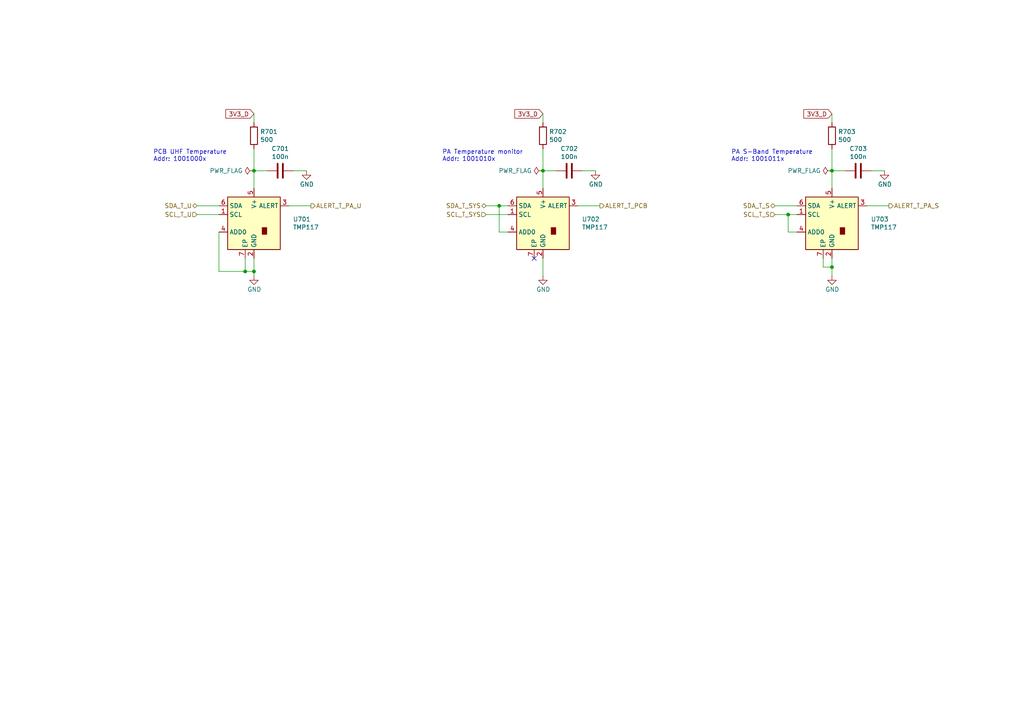
<source format=kicad_sch>
(kicad_sch (version 20230121) (generator eeschema)
  (paper "A4")
  (title_block (title "SatNOGS COMMS") (date "2020-02-20") (comment 1 "CERN OHL version 1.2"))
  (lib_symbols
    (symbol "Device:C" (pin_numbers hide) (pin_names (offset 0.254))
      (property "Reference" "C" (at 0.635 2.54 0))
      (property "Value" "C" (at 0.635 -2.54 0))
      (symbol "C_0_1"
        (polyline (pts (xy -2.032 -0.762) (xy 2.032 -0.762)) (stroke (width 0.508)))
        (polyline (pts (xy -2.032 0.762) (xy 2.032 0.762)) (stroke (width 0.508)))
      )
      (symbol "C_1_1"
        (pin passive line (at 0 3.81 270) (length 2.794) (name "~") (number "1"))
        (pin passive line (at 0 -3.81 90) (length 2.794) (name "~") (number "2"))
      )
    )
    (symbol "Device:R" (pin_numbers hide) (pin_names (offset 0))
      (property "Reference" "R" (at 2.032 0 90))
      (property "Value" "R" (at 0 0 90))
      (symbol "R_0_1"
        (rectangle (start -1.016 -2.54) (end 1.016 2.54) (stroke (width 0.254)))
      )
      (symbol "R_1_1"
        (pin passive line (at 0 3.81 270) (length 1.27) (name "~") (number "1"))
        (pin passive line (at 0 -3.81 90) (length 1.27) (name "~") (number "2"))
      )
    )
    (symbol "lsf-kicad:TMP117"
      (property "Reference" "U" (at 10.16 -2.54 0))
      (property "Value" "TMP117" (at 12.7 -5.08 0))
      (symbol "TMP117_0_1"
        (rectangle (start -7.62 7.62) (end 7.62 -7.62) (stroke (width 0.254)) (fill (type background)))
      )
      (symbol "TMP117_1_1"
        (rectangle (start 3.683 -3.175) (end 2.413 -1.27) (stroke (width 0.254)) (fill (type outline)))
        (pin input line (at -10.16 2.54 0) (length 2.54) (name "SCL") (number "1"))
        (pin power_in line (at 0 -10.16 90) (length 2.54) (name "GND") (number "2"))
        (pin open_collector line (at 10.16 5.08 180) (length 2.54) (name "ALERT") (number "3"))
        (pin input line (at -10.16 -2.54 0) (length 2.54) (name "ADD0") (number "4"))
        (pin power_in line (at 0 10.16 270) (length 2.54) (name "V+") (number "5"))
        (pin bidirectional line (at -10.16 5.08 0) (length 2.54) (name "SDA") (number "6"))
        (pin passive line (at -2.54 -10.16 90) (length 2.54) (name "EP") (number "7"))
      )
    )
    (symbol "power:GND" (power) (pin_names (offset 0))
      (property "Value" "GND" (at 0 -3.81 0))
      (symbol "GND_0_1"
        (polyline (pts (xy 0 0) (xy 0 -1.27) (xy 1.27 -1.27) (xy 0 -2.54) (xy -1.27 -1.27) (xy 0 -1.27)))
      )
      (symbol "GND_1_1"
        (pin power_in line (at 0 0 270) (length 0) hide (name "GND") (number "1"))
      )
    )
    (symbol "power:PWR_FLAG" (power) (pin_numbers hide) (pin_names (offset 0) hide)
      (property "Value" "PWR_FLAG" (at 0 3.81 0))
      (symbol "PWR_FLAG_0_0"
        (pin power_out line (at 0 0 90) (length 0) (name "pwr") (number "1"))
      )
      (symbol "PWR_FLAG_0_1"
        (polyline (pts (xy 0 0) (xy 0 1.27) (xy -1.016 1.905) (xy 0 2.54) (xy 1.016 1.905) (xy 0 1.27)))
      )
    )
  )
  (junction (at 241.3 49.53))
  (junction (at 73.66 49.53))
  (junction (at 228.6 62.23))
  (junction (at 241.3 77.47))
  (junction (at 157.48 49.53))
  (junction (at 73.66 78.74))
  (junction (at 144.78 59.69))
  (junction (at 71.12 78.74))
  (no_connect (at 154.94 74.93))
  (wire (pts (xy 157.48 54.61) (xy 157.48 49.53)))
  (wire (pts (xy 238.76 77.47) (xy 241.3 77.47)))
  (wire (pts (xy 73.66 49.53) (xy 73.66 43.18)))
  (wire (pts (xy 88.9 49.53) (xy 85.09 49.53)))
  (wire (pts (xy 157.48 33.02) (xy 157.48 35.56)))
  (wire (pts (xy 157.48 74.93) (xy 157.48 80.01)))
  (wire (pts (xy 73.66 33.02) (xy 73.66 35.56)))
  (wire (pts (xy 73.66 78.74) (xy 73.66 80.01)))
  (wire (pts (xy 77.47 49.53) (xy 73.66 49.53)))
  (wire (pts (xy 144.78 59.69) (xy 147.32 59.69)))
  (wire (pts (xy 241.3 74.93) (xy 241.3 77.47)))
  (wire (pts (xy 63.5 78.74) (xy 71.12 78.74)))
  (wire (pts (xy 63.5 62.23) (xy 57.15 62.23)))
  (wire (pts (xy 140.97 59.69) (xy 144.78 59.69)))
  (wire (pts (xy 172.72 49.53) (xy 168.91 49.53)))
  (wire (pts (xy 173.99 59.69) (xy 167.64 59.69)))
  (wire (pts (xy 238.76 74.93) (xy 238.76 77.47)))
  (wire (pts (xy 73.66 54.61) (xy 73.66 49.53)))
  (wire (pts (xy 241.3 33.02) (xy 241.3 35.56)))
  (wire (pts (xy 245.11 49.53) (xy 241.3 49.53)))
  (wire (pts (xy 90.17 59.69) (xy 83.82 59.69)))
  (wire (pts (xy 231.14 67.31) (xy 228.6 67.31)))
  (wire (pts (xy 147.32 62.23) (xy 140.97 62.23)))
  (wire (pts (xy 73.66 74.93) (xy 73.66 78.74)))
  (wire (pts (xy 144.78 67.31) (xy 144.78 59.69)))
  (wire (pts (xy 228.6 67.31) (xy 228.6 62.23)))
  (wire (pts (xy 161.29 49.53) (xy 157.48 49.53)))
  (wire (pts (xy 71.12 74.93) (xy 71.12 78.74)))
  (wire (pts (xy 231.14 62.23) (xy 228.6 62.23)))
  (wire (pts (xy 71.12 78.74) (xy 73.66 78.74)))
  (wire (pts (xy 157.48 49.53) (xy 157.48 43.18)))
  (wire (pts (xy 241.3 54.61) (xy 241.3 49.53)))
  (wire (pts (xy 147.32 67.31) (xy 144.78 67.31)))
  (wire (pts (xy 241.3 77.47) (xy 241.3 80.01)))
  (wire (pts (xy 241.3 49.53) (xy 241.3 43.18)))
  (wire (pts (xy 257.81 59.69) (xy 251.46 59.69)))
  (wire (pts (xy 63.5 67.31) (xy 63.5 78.74)))
  (wire (pts (xy 256.54 49.53) (xy 252.73 49.53)))
  (wire (pts (xy 228.6 62.23) (xy 224.79 62.23)))
  (wire (pts (xy 57.15 59.69) (xy 63.5 59.69)))
  (wire (pts (xy 224.79 59.69) (xy 231.14 59.69)))
  (text "PA Temperature monitor\nAddr: 1001010x" (at 128.27 46.99 0) (effects (font (size 1.27 1.27)) (justify left bottom)))
  (text "PA S-Band Temperature\nAddr: 1001011x" (at 212.09 46.99 0) (effects (font (size 1.27 1.27)) (justify left bottom)))
  (text "PCB UHF Temperature\nAddr: 1001000x" (at 44.45 46.99 0) (effects (font (size 1.27 1.27)) (justify left bottom)))
  (global_label "3V3_D" (shape input) (at 73.66 33.02 180) (property "Intersheetrefs" "${INTERSHEET_REFS}" (effects hide)))
  (global_label "3V3_D" (shape input) (at 241.3 33.02 180) (property "Intersheetrefs" "${INTERSHEET_REFS}" (effects hide)))
  (global_label "3V3_D" (shape input) (at 157.48 33.02 180) (property "Intersheetrefs" "${INTERSHEET_REFS}" (effects hide)))
  (hierarchical_label "ALERT_T_PA_S" (shape output) (at 257.81 59.69 0))
  (hierarchical_label "SCL_T_S" (shape input) (at 224.79 62.23 180))
  (hierarchical_label "SDA_T_S" (shape bidirectional) (at 224.79 59.69 180))
  (hierarchical_label "SDA_T_SYS" (shape bidirectional) (at 140.97 59.69 180))
  (hierarchical_label "ALERT_T_PA_U" (shape output) (at 90.17 59.69 0))
  (hierarchical_label "SDA_T_U" (shape bidirectional) (at 57.15 59.69 180))
  (hierarchical_label "SCL_T_U" (shape input) (at 57.15 62.23 180))
  (hierarchical_label "SCL_T_SYS" (shape input) (at 140.97 62.23 180))
  (hierarchical_label "ALERT_T_PCB" (shape output) (at 173.99 59.69 0))
  (symbol (lib_id "power:GND") (at 88.9 49.53 0) (unit 1)
    (property "Reference" "#PWR0702" (effects hide))
    (property "Value" "GND" (at 89.0016 53.467 0))
  )
  (symbol (lib_id "lsf-kicad:TMP117") (at 157.48 64.77 0) (unit 1)
    (property "Reference" "U702" (at 168.7576 63.6016 0) (effects (justify left)))
    (property "Value" "TMP117" (at 168.7576 65.913 0) (effects (justify left)))
    (property "Footprint" "Package_SON:WSON-6-1EP_2x2mm_P0.65mm_EP1x1.6mm" (effects hide))
    (property "Datasheet" "http://www.ti.com/lit/ds/symlink/tmp117.pdf" (effects hide))
    (property "PartNumber" "TMP117" (effects hide))
    (property "Sim.Enable" "0" (effects hide))
  )
  (symbol (lib_id "power:GND") (at 157.48 80.01 0) (unit 1)
    (property "Reference" "#PWR0703" (effects hide))
    (property "Value" "GND" (at 157.5816 83.947 0))
  )
  (symbol (lib_id "Device:R") (at 157.48 39.37 0) (unit 1)
    (property "Reference" "R702" (at 159.258 38.2016 0) (effects (justify left)))
    (property "Value" "500" (at 159.258 40.513 0) (effects (justify left)))
    (property "Footprint" "Resistor_SMD:R_0402_1005Metric" (effects hide))
    (property "PartNumber" "RR0510P-511-D" (effects hide))
  )
  (symbol (lib_id "Device:C") (at 165.1 49.53 270) (unit 1)
    (property "Reference" "C702" (at 165.1 43.1292 90))
    (property "Value" "100n" (at 165.1 45.4406 90))
    (property "Footprint" "Capacitor_SMD:C_0402_1005Metric" (effects hide))
    (property "Description" "100nF,10%,16V,X7R,0402" (effects hide))
    (property "PartNumber" "C0402C104K4RACTU" (effects hide))
    (property "Mnf." "KEMET" (effects hide))
  )
  (symbol (lib_id "lsf-kicad:TMP117") (at 73.66 64.77 0) (unit 1)
    (property "Reference" "U701" (at 84.9376 63.6016 0) (effects (justify left)))
    (property "Value" "TMP117" (at 84.9376 65.913 0) (effects (justify left)))
    (property "Footprint" "Package_SON:WSON-6-1EP_2x2mm_P0.65mm_EP1x1.6mm" (effects hide))
    (property "Datasheet" "http://www.ti.com/lit/ds/symlink/tmp117.pdf" (effects hide))
    (property "PartNumber" "TMP117" (effects hide))
    (property "Sim.Enable" "0" (effects hide))
  )
  (symbol (lib_id "power:GND") (at 73.66 80.01 0) (unit 1)
    (property "Reference" "#PWR0701" (effects hide))
    (property "Value" "GND" (at 73.7616 83.947 0))
  )
  (symbol (lib_id "Device:R") (at 73.66 39.37 0) (unit 1)
    (property "Reference" "R701" (at 75.438 38.2016 0) (effects (justify left)))
    (property "Value" "500" (at 75.438 40.513 0) (effects (justify left)))
    (property "Footprint" "Resistor_SMD:R_0402_1005Metric" (effects hide))
    (property "PartNumber" "RR0510P-511-D" (effects hide))
  )
  (symbol (lib_id "Device:C") (at 81.28 49.53 270) (unit 1)
    (property "Reference" "C701" (at 81.28 43.1292 90))
    (property "Value" "100n" (at 81.28 45.4406 90))
    (property "Footprint" "Capacitor_SMD:C_0402_1005Metric" (effects hide))
    (property "Description" "100nF,10%,16V,X7R,0402" (effects hide))
    (property "PartNumber" "C0402C104K4RACTU" (effects hide))
    (property "Mnf." "KEMET" (effects hide))
  )
  (symbol (lib_id "power:GND") (at 172.72 49.53 0) (unit 1)
    (property "Reference" "#PWR0704" (effects hide))
    (property "Value" "GND" (at 172.8216 53.467 0))
  )
  (symbol (lib_id "lsf-kicad:TMP117") (at 241.3 64.77 0) (unit 1)
    (property "Reference" "U703" (at 252.5776 63.6016 0) (effects (justify left)))
    (property "Value" "TMP117" (at 252.5776 65.913 0) (effects (justify left)))
    (property "Footprint" "Package_SON:WSON-6-1EP_2x2mm_P0.65mm_EP1x1.6mm" (effects hide))
    (property "Datasheet" "http://www.ti.com/lit/ds/symlink/tmp117.pdf" (effects hide))
    (property "PartNumber" "TMP117" (effects hide))
    (property "Sim.Enable" "0" (effects hide))
  )
  (symbol (lib_id "power:GND") (at 241.3 80.01 0) (unit 1)
    (property "Reference" "#PWR0705" (effects hide))
    (property "Value" "GND" (at 241.4016 83.947 0))
  )
  (symbol (lib_id "Device:R") (at 241.3 39.37 0) (unit 1)
    (property "Reference" "R703" (at 243.078 38.2016 0) (effects (justify left)))
    (property "Value" "500" (at 243.078 40.513 0) (effects (justify left)))
    (property "Footprint" "Resistor_SMD:R_0402_1005Metric" (effects hide))
    (property "PartNumber" "RR0510P-511-D" (effects hide))
  )
  (symbol (lib_id "Device:C") (at 248.92 49.53 270) (unit 1)
    (property "Reference" "C703" (at 248.92 43.1292 90))
    (property "Value" "100n" (at 248.92 45.4406 90))
    (property "Footprint" "Capacitor_SMD:C_0402_1005Metric" (effects hide))
    (property "Description" "100nF,10%,16V,X7R,0402" (effects hide))
    (property "PartNumber" "C0402C104K4RACTU" (effects hide))
    (property "Mnf." "KEMET" (effects hide))
  )
  (symbol (lib_id "power:GND") (at 256.54 49.53 0) (unit 1)
    (property "Reference" "#PWR0706" (effects hide))
    (property "Value" "GND" (at 256.6416 53.467 0))
  )
  (symbol (lib_id "power:PWR_FLAG") (at 241.3 49.53 90) (unit 1)
    (property "Reference" "#FLG0703" (effects hide))
    (property "Value" "PWR_FLAG" (at 238.0742 49.53 90) (effects (justify left)))
  )
  (symbol (lib_id "power:PWR_FLAG") (at 157.48 49.53 90) (unit 1)
    (property "Reference" "#FLG0702" (effects hide))
    (property "Value" "PWR_FLAG" (at 154.2542 49.53 90) (effects (justify left)))
  )
  (symbol (lib_id "power:PWR_FLAG") (at 73.66 49.53 90) (unit 1)
    (property "Reference" "#FLG0701" (effects hide))
    (property "Value" "PWR_FLAG" (at 70.4342 49.53 90) (effects (justify left)))
  )
)
</source>
